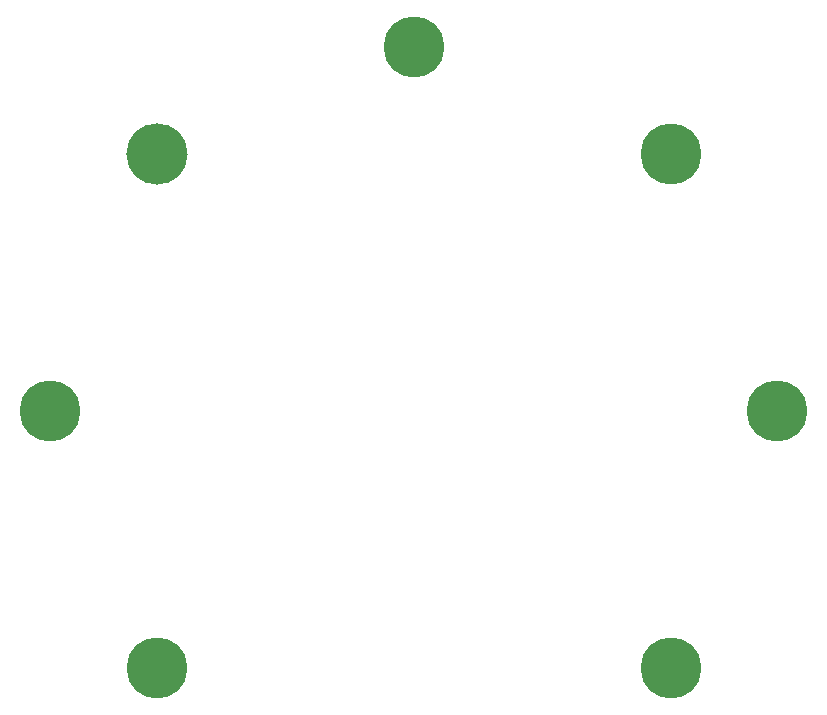
<source format=gbr>
G04 start of page 7 for group -4062 idx -4062 *
G04 Title: (unknown), soldermask *
G04 Creator: pcb 20091103 *
G04 CreationDate: Fri Aug 12 04:18:29 2011 UTC *
G04 For: oskay *
G04 Format: Gerber/RS-274X *
G04 PCB-Dimensions: 305000 295000 *
G04 PCB-Coordinate-Origin: lower left *
%MOIN*%
%FSLAX25Y25*%
%LNBACKMASK*%
%ADD16C,0.2030*%
%ADD33C,0.2040*%
G54D16*X237339Y209769D03*
Y38469D03*
X272739Y123969D03*
X151739Y245269D03*
X66139Y38469D03*
X30539Y124069D03*
G54D33*X66039Y209769D03*
M02*

</source>
